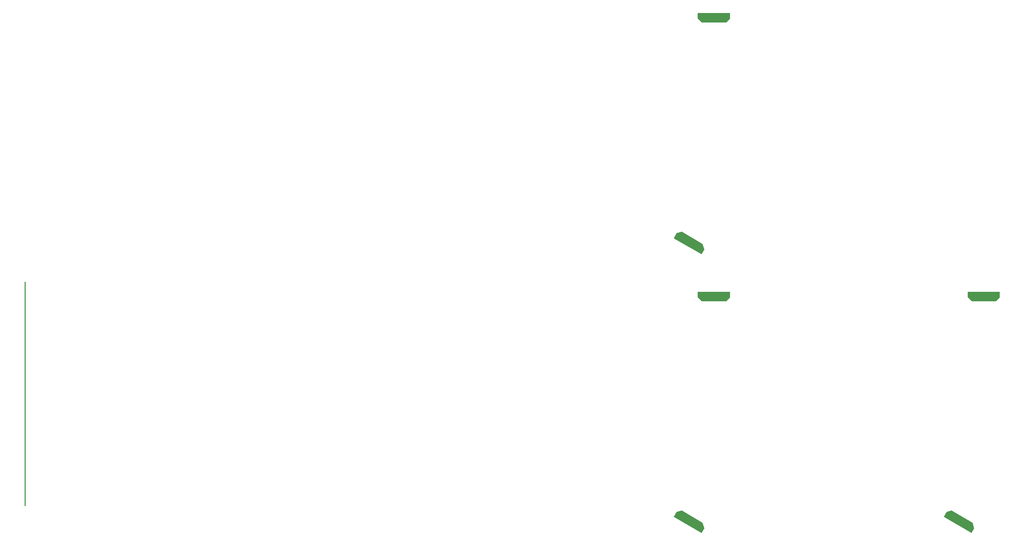
<source format=gko>
G04*
G04 #@! TF.GenerationSoftware,Altium Limited,Altium Designer,21.2.2 (38)*
G04*
G04 Layer_Color=16711935*
%FSLAX25Y25*%
%MOIN*%
G70*
G04*
G04 #@! TF.SameCoordinates,0448F7F8-B58B-4B03-AB27-B3033358FA6D*
G04*
G04*
G04 #@! TF.FilePolarity,Positive*
G04*
G01*
G75*
%ADD19C,0.01000*%
G36*
X707839Y560086D02*
X704340Y556586D01*
X681340D01*
X677340Y560586D01*
Y565586D01*
X707839D01*
Y560086D01*
D02*
G37*
G36*
X682107Y346588D02*
X683571Y341124D01*
X681071Y336794D01*
X654658Y352044D01*
X657408Y356807D01*
X662189Y358088D01*
X682107Y346588D01*
D02*
G37*
G36*
X963745Y295862D02*
X960245Y292362D01*
X937245D01*
X933245Y296362D01*
Y301362D01*
X963745D01*
Y295862D01*
D02*
G37*
G36*
X707839Y295861D02*
X704340Y292361D01*
X681340D01*
X677340Y296361D01*
Y301361D01*
X707839D01*
Y295861D01*
D02*
G37*
G36*
X938013Y82364D02*
X939477Y76900D01*
X936977Y72570D01*
X910563Y87819D01*
X913313Y92583D01*
X918094Y93864D01*
X938013Y82364D01*
D02*
G37*
G36*
X682107Y82363D02*
X683571Y76898D01*
X681071Y72568D01*
X654658Y87818D01*
X657408Y92581D01*
X662189Y93862D01*
X682107Y82363D01*
D02*
G37*
D19*
X39604Y98467D02*
Y310468D01*
M02*

</source>
